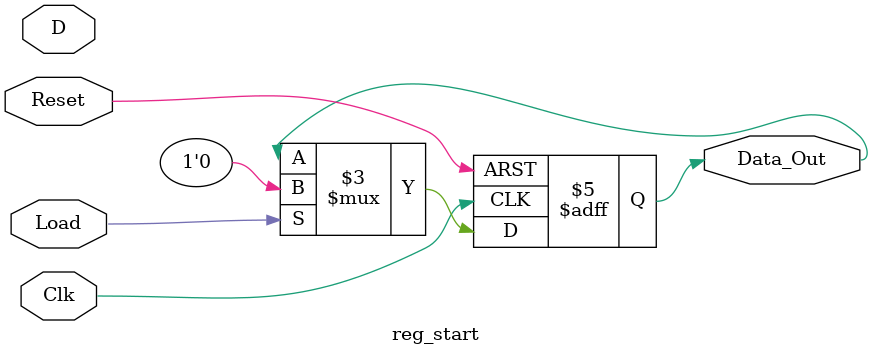
<source format=sv>
module reg_3 ( input						Clk, Reset, Load,
					input	[2:0]				D,
					output logic [2:0]			Data_Out);
					//output logic 					end_game);
					
		always_ff @ (posedge Clk or posedge Reset)
		begin
				// Setting the output Q[16..0] of the register to zeros as Reset is pressed
				if(Reset) //notice that this is a synchronous reset
					begin
						Data_Out <= 3'b111;
						//end_game <= 1'b0;
					end
				// Loading D into register when load button is pressed (will eiher be switches or result of sum)
				else if(Load)
				begin
					Data_Out <= 3'b000;
					//if(D == 3'b000)
						//end_game <= 1'b1;
				end
		end
		
endmodule

module reg_1 ( input						Clk, Reset, Load,
					input				D,
					output logic			Data_Out);
					
		always_ff @ (posedge Clk or posedge Reset)
		begin
				// Setting the output Q[16..0] of the register to zeros as Reset is pressed
				if(Reset) //notice that this is a synchronous reset
					Data_Out <= 1'b0;
				// Loading D into register when load button is pressed (will eiher be switches or result of sum)
				else if(Load)
					Data_Out <= D;
		end
		
endmodule

module reg_life ( input						Clk, Reset, Load,
					input				D,
					output logic			Data_Out);
					
		always_ff @ (posedge Clk or posedge Reset)
		begin
				// Setting the output Q[16..0] of the register to zeros as Reset is pressed
				if(Reset) //notice that this is a synchronous reset
					Data_Out <= 1'b1;
				// Loading D into register when load button is pressed (will eiher be switches or result of sum)
				else if(Load)
					Data_Out <= 1'b0;
		end
		
endmodule




module reg_10 ( input						Clk, Reset, Load,
					input	[9:0]			D,
					output logic			[9:0] Data_Out);
					
		always_ff @ (posedge Clk or posedge Reset)
		begin
				// Setting the output Q[16..0] of the register to zeros as Reset is pressed
				if(Reset) //notice that this is a synchronous reset
					Data_Out <= 10'h0;
				// Loading D into register when load button is pressed (will eiher be switches or result of sum)
				else if(Load)
					Data_Out <= D;
		end
		
endmodule




module reg_start ( input						Clk, Reset, Load,
					input				D,
					output logic			Data_Out);
					
		always_ff @ (posedge Clk or posedge Reset)
		begin
				// Setting the output Q[16..0] of the register to zeros as Reset is pressed
				if(Reset) //notice that this is a synchronous reset
					Data_Out <= 1'b1;
				// Loading D into register when load button is pressed (will eiher be switches or result of sum)
				else if(Load == 1'b1)
					Data_Out <= 1'b0;
		end
		
endmodule

</source>
